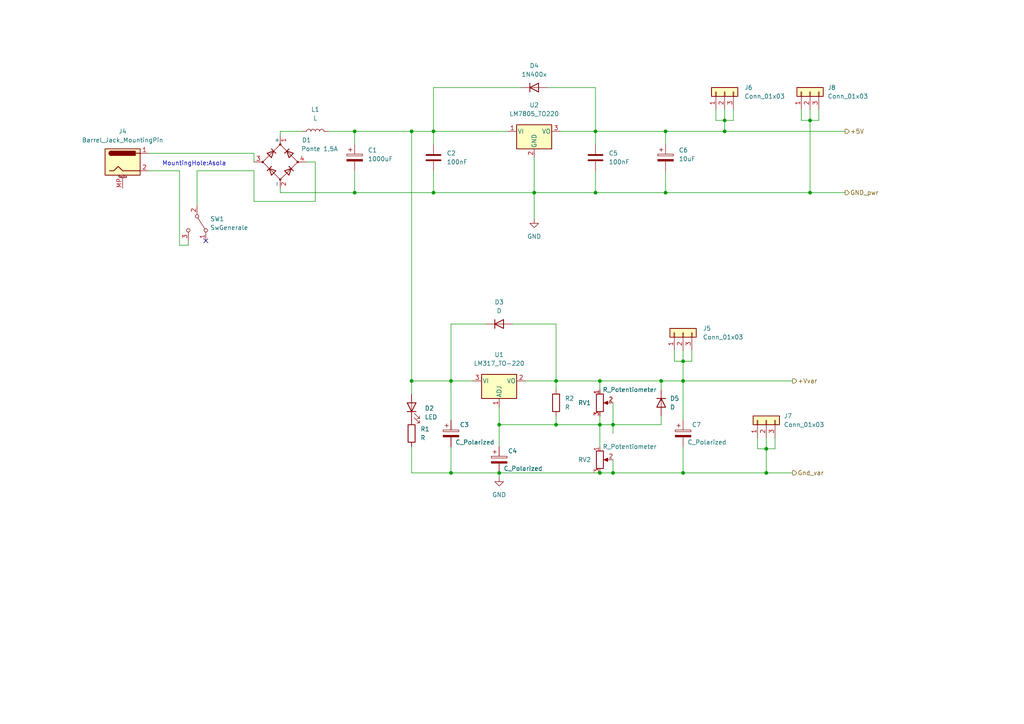
<source format=kicad_sch>
(kicad_sch (version 20211123) (generator eeschema)

  (uuid d0319a8b-7668-4f4b-8b98-5692522d01e0)

  (paper "A4")

  (lib_symbols
    (symbol "Connector:Barrel_Jack_MountingPin" (pin_names hide) (in_bom yes) (on_board yes)
      (property "Reference" "J" (id 0) (at 0 5.334 0)
        (effects (font (size 1.27 1.27)))
      )
      (property "Value" "Barrel_Jack_MountingPin" (id 1) (at 1.27 -6.35 0)
        (effects (font (size 1.27 1.27)) (justify left))
      )
      (property "Footprint" "" (id 2) (at 1.27 -1.016 0)
        (effects (font (size 1.27 1.27)) hide)
      )
      (property "Datasheet" "~" (id 3) (at 1.27 -1.016 0)
        (effects (font (size 1.27 1.27)) hide)
      )
      (property "ki_keywords" "DC power barrel jack connector" (id 4) (at 0 0 0)
        (effects (font (size 1.27 1.27)) hide)
      )
      (property "ki_description" "DC Barrel Jack with a mounting pin" (id 5) (at 0 0 0)
        (effects (font (size 1.27 1.27)) hide)
      )
      (property "ki_fp_filters" "BarrelJack*" (id 6) (at 0 0 0)
        (effects (font (size 1.27 1.27)) hide)
      )
      (symbol "Barrel_Jack_MountingPin_0_1"
        (rectangle (start -5.08 3.81) (end 5.08 -3.81)
          (stroke (width 0.254) (type default) (color 0 0 0 0))
          (fill (type background))
        )
        (arc (start -3.302 3.175) (mid -3.937 2.54) (end -3.302 1.905)
          (stroke (width 0.254) (type default) (color 0 0 0 0))
          (fill (type none))
        )
        (arc (start -3.302 3.175) (mid -3.937 2.54) (end -3.302 1.905)
          (stroke (width 0.254) (type default) (color 0 0 0 0))
          (fill (type outline))
        )
        (polyline
          (pts
            (xy 5.08 2.54)
            (xy 3.81 2.54)
          )
          (stroke (width 0.254) (type default) (color 0 0 0 0))
          (fill (type none))
        )
        (polyline
          (pts
            (xy -3.81 -2.54)
            (xy -2.54 -2.54)
            (xy -1.27 -1.27)
            (xy 0 -2.54)
            (xy 2.54 -2.54)
            (xy 5.08 -2.54)
          )
          (stroke (width 0.254) (type default) (color 0 0 0 0))
          (fill (type none))
        )
        (rectangle (start 3.683 3.175) (end -3.302 1.905)
          (stroke (width 0.254) (type default) (color 0 0 0 0))
          (fill (type outline))
        )
      )
      (symbol "Barrel_Jack_MountingPin_1_1"
        (polyline
          (pts
            (xy -1.016 -4.572)
            (xy 1.016 -4.572)
          )
          (stroke (width 0.1524) (type default) (color 0 0 0 0))
          (fill (type none))
        )
        (text "Mounting" (at 0 -4.191 0)
          (effects (font (size 0.381 0.381)))
        )
        (pin passive line (at 7.62 2.54 180) (length 2.54)
          (name "~" (effects (font (size 1.27 1.27))))
          (number "1" (effects (font (size 1.27 1.27))))
        )
        (pin passive line (at 7.62 -2.54 180) (length 2.54)
          (name "~" (effects (font (size 1.27 1.27))))
          (number "2" (effects (font (size 1.27 1.27))))
        )
        (pin passive line (at 0 -7.62 90) (length 3.048)
          (name "MountPin" (effects (font (size 1.27 1.27))))
          (number "MP" (effects (font (size 1.27 1.27))))
        )
      )
    )
    (symbol "Connector_Generic:Conn_01x03" (pin_names (offset 1.016) hide) (in_bom yes) (on_board yes)
      (property "Reference" "J" (id 0) (at 0 5.08 0)
        (effects (font (size 1.27 1.27)))
      )
      (property "Value" "Conn_01x03" (id 1) (at 0 -5.08 0)
        (effects (font (size 1.27 1.27)))
      )
      (property "Footprint" "" (id 2) (at 0 0 0)
        (effects (font (size 1.27 1.27)) hide)
      )
      (property "Datasheet" "~" (id 3) (at 0 0 0)
        (effects (font (size 1.27 1.27)) hide)
      )
      (property "ki_keywords" "connector" (id 4) (at 0 0 0)
        (effects (font (size 1.27 1.27)) hide)
      )
      (property "ki_description" "Generic connector, single row, 01x03, script generated (kicad-library-utils/schlib/autogen/connector/)" (id 5) (at 0 0 0)
        (effects (font (size 1.27 1.27)) hide)
      )
      (property "ki_fp_filters" "Connector*:*_1x??_*" (id 6) (at 0 0 0)
        (effects (font (size 1.27 1.27)) hide)
      )
      (symbol "Conn_01x03_1_1"
        (rectangle (start -1.27 -2.413) (end 0 -2.667)
          (stroke (width 0.1524) (type default) (color 0 0 0 0))
          (fill (type none))
        )
        (rectangle (start -1.27 0.127) (end 0 -0.127)
          (stroke (width 0.1524) (type default) (color 0 0 0 0))
          (fill (type none))
        )
        (rectangle (start -1.27 2.667) (end 0 2.413)
          (stroke (width 0.1524) (type default) (color 0 0 0 0))
          (fill (type none))
        )
        (rectangle (start -1.27 3.81) (end 1.27 -3.81)
          (stroke (width 0.254) (type default) (color 0 0 0 0))
          (fill (type background))
        )
        (pin passive line (at -5.08 2.54 0) (length 3.81)
          (name "Pin_1" (effects (font (size 1.27 1.27))))
          (number "1" (effects (font (size 1.27 1.27))))
        )
        (pin passive line (at -5.08 0 0) (length 3.81)
          (name "Pin_2" (effects (font (size 1.27 1.27))))
          (number "2" (effects (font (size 1.27 1.27))))
        )
        (pin passive line (at -5.08 -2.54 0) (length 3.81)
          (name "Pin_3" (effects (font (size 1.27 1.27))))
          (number "3" (effects (font (size 1.27 1.27))))
        )
      )
    )
    (symbol "Device:C" (pin_numbers hide) (pin_names (offset 0.254)) (in_bom yes) (on_board yes)
      (property "Reference" "C" (id 0) (at 0.635 2.54 0)
        (effects (font (size 1.27 1.27)) (justify left))
      )
      (property "Value" "C" (id 1) (at 0.635 -2.54 0)
        (effects (font (size 1.27 1.27)) (justify left))
      )
      (property "Footprint" "" (id 2) (at 0.9652 -3.81 0)
        (effects (font (size 1.27 1.27)) hide)
      )
      (property "Datasheet" "~" (id 3) (at 0 0 0)
        (effects (font (size 1.27 1.27)) hide)
      )
      (property "ki_keywords" "cap capacitor" (id 4) (at 0 0 0)
        (effects (font (size 1.27 1.27)) hide)
      )
      (property "ki_description" "Unpolarized capacitor" (id 5) (at 0 0 0)
        (effects (font (size 1.27 1.27)) hide)
      )
      (property "ki_fp_filters" "C_*" (id 6) (at 0 0 0)
        (effects (font (size 1.27 1.27)) hide)
      )
      (symbol "C_0_1"
        (polyline
          (pts
            (xy -2.032 -0.762)
            (xy 2.032 -0.762)
          )
          (stroke (width 0.508) (type default) (color 0 0 0 0))
          (fill (type none))
        )
        (polyline
          (pts
            (xy -2.032 0.762)
            (xy 2.032 0.762)
          )
          (stroke (width 0.508) (type default) (color 0 0 0 0))
          (fill (type none))
        )
      )
      (symbol "C_1_1"
        (pin passive line (at 0 3.81 270) (length 2.794)
          (name "~" (effects (font (size 1.27 1.27))))
          (number "1" (effects (font (size 1.27 1.27))))
        )
        (pin passive line (at 0 -3.81 90) (length 2.794)
          (name "~" (effects (font (size 1.27 1.27))))
          (number "2" (effects (font (size 1.27 1.27))))
        )
      )
    )
    (symbol "Device:C_Polarized" (pin_numbers hide) (pin_names (offset 0.254)) (in_bom yes) (on_board yes)
      (property "Reference" "C" (id 0) (at 0.635 2.54 0)
        (effects (font (size 1.27 1.27)) (justify left))
      )
      (property "Value" "C_Polarized" (id 1) (at 0.635 -2.54 0)
        (effects (font (size 1.27 1.27)) (justify left))
      )
      (property "Footprint" "" (id 2) (at 0.9652 -3.81 0)
        (effects (font (size 1.27 1.27)) hide)
      )
      (property "Datasheet" "~" (id 3) (at 0 0 0)
        (effects (font (size 1.27 1.27)) hide)
      )
      (property "ki_keywords" "cap capacitor" (id 4) (at 0 0 0)
        (effects (font (size 1.27 1.27)) hide)
      )
      (property "ki_description" "Polarized capacitor" (id 5) (at 0 0 0)
        (effects (font (size 1.27 1.27)) hide)
      )
      (property "ki_fp_filters" "CP_*" (id 6) (at 0 0 0)
        (effects (font (size 1.27 1.27)) hide)
      )
      (symbol "C_Polarized_0_1"
        (rectangle (start -2.286 0.508) (end 2.286 1.016)
          (stroke (width 0) (type default) (color 0 0 0 0))
          (fill (type none))
        )
        (polyline
          (pts
            (xy -1.778 2.286)
            (xy -0.762 2.286)
          )
          (stroke (width 0) (type default) (color 0 0 0 0))
          (fill (type none))
        )
        (polyline
          (pts
            (xy -1.27 2.794)
            (xy -1.27 1.778)
          )
          (stroke (width 0) (type default) (color 0 0 0 0))
          (fill (type none))
        )
        (rectangle (start 2.286 -0.508) (end -2.286 -1.016)
          (stroke (width 0) (type default) (color 0 0 0 0))
          (fill (type outline))
        )
      )
      (symbol "C_Polarized_1_1"
        (pin passive line (at 0 3.81 270) (length 2.794)
          (name "~" (effects (font (size 1.27 1.27))))
          (number "1" (effects (font (size 1.27 1.27))))
        )
        (pin passive line (at 0 -3.81 90) (length 2.794)
          (name "~" (effects (font (size 1.27 1.27))))
          (number "2" (effects (font (size 1.27 1.27))))
        )
      )
    )
    (symbol "Device:D" (pin_numbers hide) (pin_names (offset 1.016) hide) (in_bom yes) (on_board yes)
      (property "Reference" "D" (id 0) (at 0 2.54 0)
        (effects (font (size 1.27 1.27)))
      )
      (property "Value" "D" (id 1) (at 0 -2.54 0)
        (effects (font (size 1.27 1.27)))
      )
      (property "Footprint" "" (id 2) (at 0 0 0)
        (effects (font (size 1.27 1.27)) hide)
      )
      (property "Datasheet" "~" (id 3) (at 0 0 0)
        (effects (font (size 1.27 1.27)) hide)
      )
      (property "ki_keywords" "diode" (id 4) (at 0 0 0)
        (effects (font (size 1.27 1.27)) hide)
      )
      (property "ki_description" "Diode" (id 5) (at 0 0 0)
        (effects (font (size 1.27 1.27)) hide)
      )
      (property "ki_fp_filters" "TO-???* *_Diode_* *SingleDiode* D_*" (id 6) (at 0 0 0)
        (effects (font (size 1.27 1.27)) hide)
      )
      (symbol "D_0_1"
        (polyline
          (pts
            (xy -1.27 1.27)
            (xy -1.27 -1.27)
          )
          (stroke (width 0.254) (type default) (color 0 0 0 0))
          (fill (type none))
        )
        (polyline
          (pts
            (xy 1.27 0)
            (xy -1.27 0)
          )
          (stroke (width 0) (type default) (color 0 0 0 0))
          (fill (type none))
        )
        (polyline
          (pts
            (xy 1.27 1.27)
            (xy 1.27 -1.27)
            (xy -1.27 0)
            (xy 1.27 1.27)
          )
          (stroke (width 0.254) (type default) (color 0 0 0 0))
          (fill (type none))
        )
      )
      (symbol "D_1_1"
        (pin passive line (at -3.81 0 0) (length 2.54)
          (name "K" (effects (font (size 1.27 1.27))))
          (number "1" (effects (font (size 1.27 1.27))))
        )
        (pin passive line (at 3.81 0 180) (length 2.54)
          (name "A" (effects (font (size 1.27 1.27))))
          (number "2" (effects (font (size 1.27 1.27))))
        )
      )
    )
    (symbol "Device:D_Bridge_+-AA" (pin_names (offset 0)) (in_bom yes) (on_board yes)
      (property "Reference" "D" (id 0) (at 2.54 6.985 0)
        (effects (font (size 1.27 1.27)) (justify left))
      )
      (property "Value" "D_Bridge_+-AA" (id 1) (at 2.54 5.08 0)
        (effects (font (size 1.27 1.27)) (justify left))
      )
      (property "Footprint" "" (id 2) (at 0 0 0)
        (effects (font (size 1.27 1.27)) hide)
      )
      (property "Datasheet" "~" (id 3) (at 0 0 0)
        (effects (font (size 1.27 1.27)) hide)
      )
      (property "ki_keywords" "rectifier ACDC" (id 4) (at 0 0 0)
        (effects (font (size 1.27 1.27)) hide)
      )
      (property "ki_description" "Diode bridge, +ve/-ve/AC/AC" (id 5) (at 0 0 0)
        (effects (font (size 1.27 1.27)) hide)
      )
      (property "ki_fp_filters" "D*Bridge* D*Rectifier*" (id 6) (at 0 0 0)
        (effects (font (size 1.27 1.27)) hide)
      )
      (symbol "D_Bridge_+-AA_0_1"
        (circle (center -5.08 0) (radius 0.254)
          (stroke (width 0) (type default) (color 0 0 0 0))
          (fill (type outline))
        )
        (circle (center 0 -5.08) (radius 0.254)
          (stroke (width 0) (type default) (color 0 0 0 0))
          (fill (type outline))
        )
        (polyline
          (pts
            (xy -2.54 3.81)
            (xy -1.27 2.54)
          )
          (stroke (width 0.254) (type default) (color 0 0 0 0))
          (fill (type none))
        )
        (polyline
          (pts
            (xy -1.27 -2.54)
            (xy -2.54 -3.81)
          )
          (stroke (width 0.254) (type default) (color 0 0 0 0))
          (fill (type none))
        )
        (polyline
          (pts
            (xy 2.54 -1.27)
            (xy 3.81 -2.54)
          )
          (stroke (width 0.254) (type default) (color 0 0 0 0))
          (fill (type none))
        )
        (polyline
          (pts
            (xy 2.54 1.27)
            (xy 3.81 2.54)
          )
          (stroke (width 0.254) (type default) (color 0 0 0 0))
          (fill (type none))
        )
        (polyline
          (pts
            (xy -3.81 2.54)
            (xy -2.54 1.27)
            (xy -1.905 3.175)
            (xy -3.81 2.54)
          )
          (stroke (width 0.254) (type default) (color 0 0 0 0))
          (fill (type none))
        )
        (polyline
          (pts
            (xy -2.54 -1.27)
            (xy -3.81 -2.54)
            (xy -1.905 -3.175)
            (xy -2.54 -1.27)
          )
          (stroke (width 0.254) (type default) (color 0 0 0 0))
          (fill (type none))
        )
        (polyline
          (pts
            (xy 1.27 2.54)
            (xy 2.54 3.81)
            (xy 3.175 1.905)
            (xy 1.27 2.54)
          )
          (stroke (width 0.254) (type default) (color 0 0 0 0))
          (fill (type none))
        )
        (polyline
          (pts
            (xy 3.175 -1.905)
            (xy 1.27 -2.54)
            (xy 2.54 -3.81)
            (xy 3.175 -1.905)
          )
          (stroke (width 0.254) (type default) (color 0 0 0 0))
          (fill (type none))
        )
        (polyline
          (pts
            (xy -5.08 0)
            (xy 0 -5.08)
            (xy 5.08 0)
            (xy 0 5.08)
            (xy -5.08 0)
          )
          (stroke (width 0) (type default) (color 0 0 0 0))
          (fill (type none))
        )
        (circle (center 0 5.08) (radius 0.254)
          (stroke (width 0) (type default) (color 0 0 0 0))
          (fill (type outline))
        )
        (circle (center 5.08 0) (radius 0.254)
          (stroke (width 0) (type default) (color 0 0 0 0))
          (fill (type outline))
        )
      )
      (symbol "D_Bridge_+-AA_1_1"
        (pin passive line (at 7.62 0 180) (length 2.54)
          (name "+" (effects (font (size 1.27 1.27))))
          (number "1" (effects (font (size 1.27 1.27))))
        )
        (pin passive line (at -7.62 0 0) (length 2.54)
          (name "-" (effects (font (size 1.27 1.27))))
          (number "2" (effects (font (size 1.27 1.27))))
        )
        (pin passive line (at 0 7.62 270) (length 2.54)
          (name "~" (effects (font (size 1.27 1.27))))
          (number "3" (effects (font (size 1.27 1.27))))
        )
        (pin passive line (at 0 -7.62 90) (length 2.54)
          (name "~" (effects (font (size 1.27 1.27))))
          (number "4" (effects (font (size 1.27 1.27))))
        )
      )
    )
    (symbol "Device:L" (pin_numbers hide) (pin_names (offset 1.016) hide) (in_bom yes) (on_board yes)
      (property "Reference" "L" (id 0) (at -1.27 0 90)
        (effects (font (size 1.27 1.27)))
      )
      (property "Value" "L" (id 1) (at 1.905 0 90)
        (effects (font (size 1.27 1.27)))
      )
      (property "Footprint" "" (id 2) (at 0 0 0)
        (effects (font (size 1.27 1.27)) hide)
      )
      (property "Datasheet" "~" (id 3) (at 0 0 0)
        (effects (font (size 1.27 1.27)) hide)
      )
      (property "ki_keywords" "inductor choke coil reactor magnetic" (id 4) (at 0 0 0)
        (effects (font (size 1.27 1.27)) hide)
      )
      (property "ki_description" "Inductor" (id 5) (at 0 0 0)
        (effects (font (size 1.27 1.27)) hide)
      )
      (property "ki_fp_filters" "Choke_* *Coil* Inductor_* L_*" (id 6) (at 0 0 0)
        (effects (font (size 1.27 1.27)) hide)
      )
      (symbol "L_0_1"
        (arc (start 0 -2.54) (mid 0.635 -1.905) (end 0 -1.27)
          (stroke (width 0) (type default) (color 0 0 0 0))
          (fill (type none))
        )
        (arc (start 0 -1.27) (mid 0.635 -0.635) (end 0 0)
          (stroke (width 0) (type default) (color 0 0 0 0))
          (fill (type none))
        )
        (arc (start 0 0) (mid 0.635 0.635) (end 0 1.27)
          (stroke (width 0) (type default) (color 0 0 0 0))
          (fill (type none))
        )
        (arc (start 0 1.27) (mid 0.635 1.905) (end 0 2.54)
          (stroke (width 0) (type default) (color 0 0 0 0))
          (fill (type none))
        )
      )
      (symbol "L_1_1"
        (pin passive line (at 0 3.81 270) (length 1.27)
          (name "1" (effects (font (size 1.27 1.27))))
          (number "1" (effects (font (size 1.27 1.27))))
        )
        (pin passive line (at 0 -3.81 90) (length 1.27)
          (name "2" (effects (font (size 1.27 1.27))))
          (number "2" (effects (font (size 1.27 1.27))))
        )
      )
    )
    (symbol "Device:LED" (pin_numbers hide) (pin_names (offset 1.016) hide) (in_bom yes) (on_board yes)
      (property "Reference" "D" (id 0) (at 0 2.54 0)
        (effects (font (size 1.27 1.27)))
      )
      (property "Value" "LED" (id 1) (at 0 -2.54 0)
        (effects (font (size 1.27 1.27)))
      )
      (property "Footprint" "" (id 2) (at 0 0 0)
        (effects (font (size 1.27 1.27)) hide)
      )
      (property "Datasheet" "~" (id 3) (at 0 0 0)
        (effects (font (size 1.27 1.27)) hide)
      )
      (property "ki_keywords" "LED diode" (id 4) (at 0 0 0)
        (effects (font (size 1.27 1.27)) hide)
      )
      (property "ki_description" "Light emitting diode" (id 5) (at 0 0 0)
        (effects (font (size 1.27 1.27)) hide)
      )
      (property "ki_fp_filters" "LED* LED_SMD:* LED_THT:*" (id 6) (at 0 0 0)
        (effects (font (size 1.27 1.27)) hide)
      )
      (symbol "LED_0_1"
        (polyline
          (pts
            (xy -1.27 -1.27)
            (xy -1.27 1.27)
          )
          (stroke (width 0.254) (type default) (color 0 0 0 0))
          (fill (type none))
        )
        (polyline
          (pts
            (xy -1.27 0)
            (xy 1.27 0)
          )
          (stroke (width 0) (type default) (color 0 0 0 0))
          (fill (type none))
        )
        (polyline
          (pts
            (xy 1.27 -1.27)
            (xy 1.27 1.27)
            (xy -1.27 0)
            (xy 1.27 -1.27)
          )
          (stroke (width 0.254) (type default) (color 0 0 0 0))
          (fill (type none))
        )
        (polyline
          (pts
            (xy -3.048 -0.762)
            (xy -4.572 -2.286)
            (xy -3.81 -2.286)
            (xy -4.572 -2.286)
            (xy -4.572 -1.524)
          )
          (stroke (width 0) (type default) (color 0 0 0 0))
          (fill (type none))
        )
        (polyline
          (pts
            (xy -1.778 -0.762)
            (xy -3.302 -2.286)
            (xy -2.54 -2.286)
            (xy -3.302 -2.286)
            (xy -3.302 -1.524)
          )
          (stroke (width 0) (type default) (color 0 0 0 0))
          (fill (type none))
        )
      )
      (symbol "LED_1_1"
        (pin passive line (at -3.81 0 0) (length 2.54)
          (name "K" (effects (font (size 1.27 1.27))))
          (number "1" (effects (font (size 1.27 1.27))))
        )
        (pin passive line (at 3.81 0 180) (length 2.54)
          (name "A" (effects (font (size 1.27 1.27))))
          (number "2" (effects (font (size 1.27 1.27))))
        )
      )
    )
    (symbol "Device:R" (pin_numbers hide) (pin_names (offset 0)) (in_bom yes) (on_board yes)
      (property "Reference" "R" (id 0) (at 2.032 0 90)
        (effects (font (size 1.27 1.27)))
      )
      (property "Value" "R" (id 1) (at 0 0 90)
        (effects (font (size 1.27 1.27)))
      )
      (property "Footprint" "" (id 2) (at -1.778 0 90)
        (effects (font (size 1.27 1.27)) hide)
      )
      (property "Datasheet" "~" (id 3) (at 0 0 0)
        (effects (font (size 1.27 1.27)) hide)
      )
      (property "ki_keywords" "R res resistor" (id 4) (at 0 0 0)
        (effects (font (size 1.27 1.27)) hide)
      )
      (property "ki_description" "Resistor" (id 5) (at 0 0 0)
        (effects (font (size 1.27 1.27)) hide)
      )
      (property "ki_fp_filters" "R_*" (id 6) (at 0 0 0)
        (effects (font (size 1.27 1.27)) hide)
      )
      (symbol "R_0_1"
        (rectangle (start -1.016 -2.54) (end 1.016 2.54)
          (stroke (width 0.254) (type default) (color 0 0 0 0))
          (fill (type none))
        )
      )
      (symbol "R_1_1"
        (pin passive line (at 0 3.81 270) (length 1.27)
          (name "~" (effects (font (size 1.27 1.27))))
          (number "1" (effects (font (size 1.27 1.27))))
        )
        (pin passive line (at 0 -3.81 90) (length 1.27)
          (name "~" (effects (font (size 1.27 1.27))))
          (number "2" (effects (font (size 1.27 1.27))))
        )
      )
    )
    (symbol "Device:R_Potentiometer" (pin_names (offset 1.016) hide) (in_bom yes) (on_board yes)
      (property "Reference" "RV" (id 0) (at -4.445 0 90)
        (effects (font (size 1.27 1.27)))
      )
      (property "Value" "R_Potentiometer" (id 1) (at -2.54 0 90)
        (effects (font (size 1.27 1.27)))
      )
      (property "Footprint" "" (id 2) (at 0 0 0)
        (effects (font (size 1.27 1.27)) hide)
      )
      (property "Datasheet" "~" (id 3) (at 0 0 0)
        (effects (font (size 1.27 1.27)) hide)
      )
      (property "ki_keywords" "resistor variable" (id 4) (at 0 0 0)
        (effects (font (size 1.27 1.27)) hide)
      )
      (property "ki_description" "Potentiometer" (id 5) (at 0 0 0)
        (effects (font (size 1.27 1.27)) hide)
      )
      (property "ki_fp_filters" "Potentiometer*" (id 6) (at 0 0 0)
        (effects (font (size 1.27 1.27)) hide)
      )
      (symbol "R_Potentiometer_0_1"
        (polyline
          (pts
            (xy 2.54 0)
            (xy 1.524 0)
          )
          (stroke (width 0) (type default) (color 0 0 0 0))
          (fill (type none))
        )
        (polyline
          (pts
            (xy 1.143 0)
            (xy 2.286 0.508)
            (xy 2.286 -0.508)
            (xy 1.143 0)
          )
          (stroke (width 0) (type default) (color 0 0 0 0))
          (fill (type outline))
        )
        (rectangle (start 1.016 2.54) (end -1.016 -2.54)
          (stroke (width 0.254) (type default) (color 0 0 0 0))
          (fill (type none))
        )
      )
      (symbol "R_Potentiometer_1_1"
        (pin passive line (at 0 3.81 270) (length 1.27)
          (name "1" (effects (font (size 1.27 1.27))))
          (number "1" (effects (font (size 1.27 1.27))))
        )
        (pin passive line (at 3.81 0 180) (length 1.27)
          (name "2" (effects (font (size 1.27 1.27))))
          (number "2" (effects (font (size 1.27 1.27))))
        )
        (pin passive line (at 0 -3.81 90) (length 1.27)
          (name "3" (effects (font (size 1.27 1.27))))
          (number "3" (effects (font (size 1.27 1.27))))
        )
      )
    )
    (symbol "GND_1" (power) (pin_names (offset 0)) (in_bom yes) (on_board yes)
      (property "Reference" "#PWR" (id 0) (at 0 -6.35 0)
        (effects (font (size 1.27 1.27)) hide)
      )
      (property "Value" "GND_1" (id 1) (at 0 -3.81 0)
        (effects (font (size 1.27 1.27)))
      )
      (property "Footprint" "" (id 2) (at 0 0 0)
        (effects (font (size 1.27 1.27)) hide)
      )
      (property "Datasheet" "" (id 3) (at 0 0 0)
        (effects (font (size 1.27 1.27)) hide)
      )
      (property "ki_keywords" "global power" (id 4) (at 0 0 0)
        (effects (font (size 1.27 1.27)) hide)
      )
      (property "ki_description" "Power symbol creates a global label with name \"GND\" , ground" (id 5) (at 0 0 0)
        (effects (font (size 1.27 1.27)) hide)
      )
      (symbol "GND_1_0_1"
        (polyline
          (pts
            (xy 0 0)
            (xy 0 -1.27)
            (xy 1.27 -1.27)
            (xy 0 -2.54)
            (xy -1.27 -1.27)
            (xy 0 -1.27)
          )
          (stroke (width 0) (type default) (color 0 0 0 0))
          (fill (type none))
        )
      )
      (symbol "GND_1_1_1"
        (pin power_in line (at 0 0 270) (length 0) hide
          (name "GND" (effects (font (size 1.27 1.27))))
          (number "1" (effects (font (size 1.27 1.27))))
        )
      )
    )
    (symbol "Regulator_Linear:LM317_TO-220" (pin_names (offset 0.254)) (in_bom yes) (on_board yes)
      (property "Reference" "U" (id 0) (at -3.81 3.175 0)
        (effects (font (size 1.27 1.27)))
      )
      (property "Value" "LM317_TO-220" (id 1) (at 0 3.175 0)
        (effects (font (size 1.27 1.27)) (justify left))
      )
      (property "Footprint" "Package_TO_SOT_THT:TO-220-3_Vertical" (id 2) (at 0 6.35 0)
        (effects (font (size 1.27 1.27) italic) hide)
      )
      (property "Datasheet" "http://www.ti.com/lit/ds/symlink/lm317.pdf" (id 3) (at 0 0 0)
        (effects (font (size 1.27 1.27)) hide)
      )
      (property "ki_keywords" "Adjustable Voltage Regulator 1A Positive" (id 4) (at 0 0 0)
        (effects (font (size 1.27 1.27)) hide)
      )
      (property "ki_description" "1.5A 35V Adjustable Linear Regulator, TO-220" (id 5) (at 0 0 0)
        (effects (font (size 1.27 1.27)) hide)
      )
      (property "ki_fp_filters" "TO?220*" (id 6) (at 0 0 0)
        (effects (font (size 1.27 1.27)) hide)
      )
      (symbol "LM317_TO-220_0_1"
        (rectangle (start -5.08 1.905) (end 5.08 -5.08)
          (stroke (width 0.254) (type default) (color 0 0 0 0))
          (fill (type background))
        )
      )
      (symbol "LM317_TO-220_1_1"
        (pin input line (at 0 -7.62 90) (length 2.54)
          (name "ADJ" (effects (font (size 1.27 1.27))))
          (number "1" (effects (font (size 1.27 1.27))))
        )
        (pin power_out line (at 7.62 0 180) (length 2.54)
          (name "VO" (effects (font (size 1.27 1.27))))
          (number "2" (effects (font (size 1.27 1.27))))
        )
        (pin power_in line (at -7.62 0 0) (length 2.54)
          (name "VI" (effects (font (size 1.27 1.27))))
          (number "3" (effects (font (size 1.27 1.27))))
        )
      )
    )
    (symbol "Regulator_Linear:LM7805_TO220" (pin_names (offset 0.254)) (in_bom yes) (on_board yes)
      (property "Reference" "U" (id 0) (at -3.81 3.175 0)
        (effects (font (size 1.27 1.27)))
      )
      (property "Value" "LM7805_TO220" (id 1) (at 0 3.175 0)
        (effects (font (size 1.27 1.27)) (justify left))
      )
      (property "Footprint" "Package_TO_SOT_THT:TO-220-3_Vertical" (id 2) (at 0 5.715 0)
        (effects (font (size 1.27 1.27) italic) hide)
      )
      (property "Datasheet" "https://www.onsemi.cn/PowerSolutions/document/MC7800-D.PDF" (id 3) (at 0 -1.27 0)
        (effects (font (size 1.27 1.27)) hide)
      )
      (property "ki_keywords" "Voltage Regulator 1A Positive" (id 4) (at 0 0 0)
        (effects (font (size 1.27 1.27)) hide)
      )
      (property "ki_description" "Positive 1A 35V Linear Regulator, Fixed Output 5V, TO-220" (id 5) (at 0 0 0)
        (effects (font (size 1.27 1.27)) hide)
      )
      (property "ki_fp_filters" "TO?220*" (id 6) (at 0 0 0)
        (effects (font (size 1.27 1.27)) hide)
      )
      (symbol "LM7805_TO220_0_1"
        (rectangle (start -5.08 1.905) (end 5.08 -5.08)
          (stroke (width 0.254) (type default) (color 0 0 0 0))
          (fill (type background))
        )
      )
      (symbol "LM7805_TO220_1_1"
        (pin power_in line (at -7.62 0 0) (length 2.54)
          (name "VI" (effects (font (size 1.27 1.27))))
          (number "1" (effects (font (size 1.27 1.27))))
        )
        (pin power_in line (at 0 -7.62 90) (length 2.54)
          (name "GND" (effects (font (size 1.27 1.27))))
          (number "2" (effects (font (size 1.27 1.27))))
        )
        (pin power_out line (at 7.62 0 180) (length 2.54)
          (name "VO" (effects (font (size 1.27 1.27))))
          (number "3" (effects (font (size 1.27 1.27))))
        )
      )
    )
    (symbol "Switch:SW_SPDT" (pin_names (offset 0) hide) (in_bom yes) (on_board yes)
      (property "Reference" "SW" (id 0) (at 0 4.318 0)
        (effects (font (size 1.27 1.27)))
      )
      (property "Value" "SW_SPDT" (id 1) (at 0 -5.08 0)
        (effects (font (size 1.27 1.27)))
      )
      (property "Footprint" "" (id 2) (at 0 0 0)
        (effects (font (size 1.27 1.27)) hide)
      )
      (property "Datasheet" "~" (id 3) (at 0 0 0)
        (effects (font (size 1.27 1.27)) hide)
      )
      (property "ki_keywords" "switch single-pole double-throw spdt ON-ON" (id 4) (at 0 0 0)
        (effects (font (size 1.27 1.27)) hide)
      )
      (property "ki_description" "Switch, single pole double throw" (id 5) (at 0 0 0)
        (effects (font (size 1.27 1.27)) hide)
      )
      (symbol "SW_SPDT_0_0"
        (circle (center -2.032 0) (radius 0.508)
          (stroke (width 0) (type default) (color 0 0 0 0))
          (fill (type none))
        )
        (circle (center 2.032 -2.54) (radius 0.508)
          (stroke (width 0) (type default) (color 0 0 0 0))
          (fill (type none))
        )
      )
      (symbol "SW_SPDT_0_1"
        (polyline
          (pts
            (xy -1.524 0.254)
            (xy 1.651 2.286)
          )
          (stroke (width 0) (type default) (color 0 0 0 0))
          (fill (type none))
        )
        (circle (center 2.032 2.54) (radius 0.508)
          (stroke (width 0) (type default) (color 0 0 0 0))
          (fill (type none))
        )
      )
      (symbol "SW_SPDT_1_1"
        (pin passive line (at 5.08 2.54 180) (length 2.54)
          (name "A" (effects (font (size 1.27 1.27))))
          (number "1" (effects (font (size 1.27 1.27))))
        )
        (pin passive line (at -5.08 0 0) (length 2.54)
          (name "B" (effects (font (size 1.27 1.27))))
          (number "2" (effects (font (size 1.27 1.27))))
        )
        (pin passive line (at 5.08 -2.54 180) (length 2.54)
          (name "C" (effects (font (size 1.27 1.27))))
          (number "3" (effects (font (size 1.27 1.27))))
        )
      )
    )
    (symbol "power:GND" (power) (pin_names (offset 0)) (in_bom yes) (on_board yes)
      (property "Reference" "#PWR" (id 0) (at 0 -6.35 0)
        (effects (font (size 1.27 1.27)) hide)
      )
      (property "Value" "GND" (id 1) (at 0 -3.81 0)
        (effects (font (size 1.27 1.27)))
      )
      (property "Footprint" "" (id 2) (at 0 0 0)
        (effects (font (size 1.27 1.27)) hide)
      )
      (property "Datasheet" "" (id 3) (at 0 0 0)
        (effects (font (size 1.27 1.27)) hide)
      )
      (property "ki_keywords" "power-flag" (id 4) (at 0 0 0)
        (effects (font (size 1.27 1.27)) hide)
      )
      (property "ki_description" "Power symbol creates a global label with name \"GND\" , ground" (id 5) (at 0 0 0)
        (effects (font (size 1.27 1.27)) hide)
      )
      (symbol "GND_0_1"
        (polyline
          (pts
            (xy 0 0)
            (xy 0 -1.27)
            (xy 1.27 -1.27)
            (xy 0 -2.54)
            (xy -1.27 -1.27)
            (xy 0 -1.27)
          )
          (stroke (width 0) (type default) (color 0 0 0 0))
          (fill (type none))
        )
      )
      (symbol "GND_1_1"
        (pin power_in line (at 0 0 270) (length 0) hide
          (name "GND" (effects (font (size 1.27 1.27))))
          (number "1" (effects (font (size 1.27 1.27))))
        )
      )
    )
  )

  (junction (at 130.81 110.49) (diameter 0) (color 0 0 0 0)
    (uuid 007e1228-3ca7-4700-a212-fa4d5fe05ee7)
  )
  (junction (at 193.04 38.1) (diameter 0) (color 0 0 0 0)
    (uuid 08c342a5-7e76-4e4c-9503-9840983955c6)
  )
  (junction (at 119.38 38.1) (diameter 0) (color 0 0 0 0)
    (uuid 0f351fd5-939f-4dfa-923d-ada8b9da3cb0)
  )
  (junction (at 234.95 55.88) (diameter 0) (color 0 0 0 0)
    (uuid 116dcf0a-4f00-45b6-b893-d54cb0945b6e)
  )
  (junction (at 102.87 55.88) (diameter 0) (color 0 0 0 0)
    (uuid 156c0e6a-aa65-4bcb-a2f4-491ed8cebd80)
  )
  (junction (at 144.78 137.16) (diameter 0) (color 0 0 0 0)
    (uuid 19b503f8-2009-49d1-bde0-a883685c5158)
  )
  (junction (at 144.78 123.19) (diameter 0) (color 0 0 0 0)
    (uuid 1e2ee32f-a75d-4056-9be0-1c9c1261d94e)
  )
  (junction (at 154.94 55.88) (diameter 0) (color 0 0 0 0)
    (uuid 238d52be-3ca6-4017-8d61-1fb4c8a34bfa)
  )
  (junction (at 173.99 137.16) (diameter 0) (color 0 0 0 0)
    (uuid 2d847d22-f548-4456-9302-c5a3f6f6840b)
  )
  (junction (at 161.29 123.19) (diameter 0) (color 0 0 0 0)
    (uuid 2eed6536-8815-4cb6-9f42-224b02fe6aa5)
  )
  (junction (at 119.38 110.49) (diameter 0) (color 0 0 0 0)
    (uuid 30c16617-6801-4c9d-91d1-cfdd447351eb)
  )
  (junction (at 191.77 110.49) (diameter 0) (color 0 0 0 0)
    (uuid 30fa1d71-471d-46ba-ae82-7f7a7ff53b14)
  )
  (junction (at 222.25 130.175) (diameter 0) (color 0 0 0 0)
    (uuid 340b6701-dd13-4263-a01e-6c90d2f3b93a)
  )
  (junction (at 173.99 110.49) (diameter 0) (color 0 0 0 0)
    (uuid 4c1bb9ed-d694-42da-a636-571745575f99)
  )
  (junction (at 193.04 55.88) (diameter 0) (color 0 0 0 0)
    (uuid 5487cb03-cde1-414d-8030-c768d8320ea8)
  )
  (junction (at 125.73 55.88) (diameter 0) (color 0 0 0 0)
    (uuid 5684ba5e-2320-4a99-8c7f-12567f875492)
  )
  (junction (at 210.185 34.925) (diameter 0) (color 0 0 0 0)
    (uuid 57566285-3aef-4864-8962-b0911533d0ef)
  )
  (junction (at 177.8 137.16) (diameter 0) (color 0 0 0 0)
    (uuid 6d6e1744-4bbc-47ac-b17c-28178735af66)
  )
  (junction (at 198.12 104.775) (diameter 0) (color 0 0 0 0)
    (uuid 7281e614-70a2-4ead-bfd7-896c8d39c828)
  )
  (junction (at 198.12 137.16) (diameter 0) (color 0 0 0 0)
    (uuid 7b2eba66-ed32-4cd6-9415-62b6609d59fa)
  )
  (junction (at 172.72 55.88) (diameter 0) (color 0 0 0 0)
    (uuid 91669dd5-7365-43db-971a-64f86ad8b67f)
  )
  (junction (at 210.185 38.1) (diameter 0) (color 0 0 0 0)
    (uuid 93ce146a-43e3-4710-b8f6-f4e59a474677)
  )
  (junction (at 125.73 38.1) (diameter 0) (color 0 0 0 0)
    (uuid 958d93ce-0c18-4042-963a-b0efd8ae2cb9)
  )
  (junction (at 102.87 38.1) (diameter 0) (color 0 0 0 0)
    (uuid 988ee268-7ce5-4f7a-aa3c-acaffc91dccf)
  )
  (junction (at 222.25 137.16) (diameter 0) (color 0 0 0 0)
    (uuid 9cd8161f-89aa-416e-b4c6-6861e8dd176e)
  )
  (junction (at 173.99 123.19) (diameter 0) (color 0 0 0 0)
    (uuid ab6c28de-1111-4445-8117-09250be3a041)
  )
  (junction (at 177.8 123.19) (diameter 0) (color 0 0 0 0)
    (uuid c1766e99-85d5-41c3-b8dc-2c2ef025d17c)
  )
  (junction (at 130.81 137.16) (diameter 0) (color 0 0 0 0)
    (uuid c3ed9021-1808-4f8e-a7b7-f2dea6f7d6b6)
  )
  (junction (at 172.72 38.1) (diameter 0) (color 0 0 0 0)
    (uuid d577b748-7534-41cf-9d76-a6ada4c1611a)
  )
  (junction (at 161.29 110.49) (diameter 0) (color 0 0 0 0)
    (uuid d59ade75-e2ec-4b21-a10d-4a2ea1c9a9b5)
  )
  (junction (at 198.12 110.49) (diameter 0) (color 0 0 0 0)
    (uuid e1c5de61-2445-4819-9d0e-9eaf4d6fcb0a)
  )
  (junction (at 234.95 34.925) (diameter 0) (color 0 0 0 0)
    (uuid f8856b57-ffbf-439c-84b6-d97e42e8ff74)
  )

  (no_connect (at 59.69 69.85) (uuid 0ce8e96f-b091-43c4-9b14-6317c8923345))

  (wire (pts (xy 198.12 137.16) (xy 198.12 129.54))
    (stroke (width 0) (type default) (color 0 0 0 0))
    (uuid 030d994a-5c01-4b3a-9518-f5b42bb6972b)
  )
  (wire (pts (xy 172.72 38.1) (xy 172.72 41.91))
    (stroke (width 0) (type default) (color 0 0 0 0))
    (uuid 03814049-2127-4484-90d6-237ab6361c31)
  )
  (wire (pts (xy 125.73 41.91) (xy 125.73 38.1))
    (stroke (width 0) (type default) (color 0 0 0 0))
    (uuid 03acaf67-af13-4ffc-a806-d5012063d287)
  )
  (wire (pts (xy 91.44 58.42) (xy 91.44 46.99))
    (stroke (width 0) (type default) (color 0 0 0 0))
    (uuid 03f4c63e-d4db-445d-a9ff-5abd31230359)
  )
  (wire (pts (xy 177.8 137.16) (xy 198.12 137.16))
    (stroke (width 0) (type default) (color 0 0 0 0))
    (uuid 046c9fc1-e4f7-473d-b5ea-2a62884a6a0f)
  )
  (wire (pts (xy 198.12 104.775) (xy 200.66 104.775))
    (stroke (width 0) (type default) (color 0 0 0 0))
    (uuid 046de337-dc86-4a5c-bd6b-baf4875703fb)
  )
  (wire (pts (xy 95.25 38.1) (xy 102.87 38.1))
    (stroke (width 0) (type default) (color 0 0 0 0))
    (uuid 0715959f-088f-449e-be48-679d7fc16536)
  )
  (wire (pts (xy 237.49 31.75) (xy 237.49 34.925))
    (stroke (width 0) (type default) (color 0 0 0 0))
    (uuid 074d4756-81e4-402d-befe-32a861c186d7)
  )
  (wire (pts (xy 219.71 130.175) (xy 222.25 130.175))
    (stroke (width 0) (type default) (color 0 0 0 0))
    (uuid 0828970c-47cd-437e-ad68-9d927abf5cd2)
  )
  (wire (pts (xy 193.04 38.1) (xy 210.185 38.1))
    (stroke (width 0) (type default) (color 0 0 0 0))
    (uuid 09e95b18-725d-4c32-bc5b-25abc359704b)
  )
  (wire (pts (xy 198.12 101.6) (xy 198.12 104.775))
    (stroke (width 0) (type default) (color 0 0 0 0))
    (uuid 0e01dcac-647a-4cbe-83d2-b5d52ae98397)
  )
  (wire (pts (xy 212.725 31.75) (xy 212.725 34.925))
    (stroke (width 0) (type default) (color 0 0 0 0))
    (uuid 112b0c42-e52e-450d-aa72-e4b67b502b63)
  )
  (wire (pts (xy 81.28 55.88) (xy 102.87 55.88))
    (stroke (width 0) (type default) (color 0 0 0 0))
    (uuid 12b94aa8-27f1-4101-9d7d-b199adae17a7)
  )
  (wire (pts (xy 210.185 31.75) (xy 210.185 34.925))
    (stroke (width 0) (type default) (color 0 0 0 0))
    (uuid 197a2de8-a3a0-4691-98c8-a94660d91c6c)
  )
  (wire (pts (xy 234.95 55.88) (xy 245.11 55.88))
    (stroke (width 0) (type default) (color 0 0 0 0))
    (uuid 1c27e2de-754b-4ac4-a900-4fef6b00a506)
  )
  (wire (pts (xy 193.04 38.1) (xy 193.04 41.91))
    (stroke (width 0) (type default) (color 0 0 0 0))
    (uuid 2005c620-228f-4721-b1c5-45a660f2322a)
  )
  (wire (pts (xy 222.25 130.175) (xy 222.25 137.16))
    (stroke (width 0) (type default) (color 0 0 0 0))
    (uuid 2055c313-6345-4852-a8fa-d68e8750b73f)
  )
  (wire (pts (xy 130.81 137.16) (xy 144.78 137.16))
    (stroke (width 0) (type default) (color 0 0 0 0))
    (uuid 22aac979-f14d-4572-bd20-ab1e0578b56f)
  )
  (wire (pts (xy 144.78 137.16) (xy 144.78 138.43))
    (stroke (width 0) (type default) (color 0 0 0 0))
    (uuid 246ae07f-e8de-4e61-bbc4-afe8c48fe7dc)
  )
  (wire (pts (xy 173.99 123.19) (xy 173.99 129.54))
    (stroke (width 0) (type default) (color 0 0 0 0))
    (uuid 26d19d24-11bd-468f-9b77-c77c5d14b72e)
  )
  (wire (pts (xy 177.8 133.35) (xy 177.8 137.16))
    (stroke (width 0) (type default) (color 0 0 0 0))
    (uuid 27467771-65aa-4b06-b183-ca1a255b1870)
  )
  (wire (pts (xy 125.73 49.53) (xy 125.73 55.88))
    (stroke (width 0) (type default) (color 0 0 0 0))
    (uuid 27c72944-1121-47a3-880c-5666b5d751b6)
  )
  (wire (pts (xy 119.38 110.49) (xy 130.81 110.49))
    (stroke (width 0) (type default) (color 0 0 0 0))
    (uuid 28961a8a-e67f-4ed6-999a-99b8d4cf557a)
  )
  (wire (pts (xy 210.185 34.925) (xy 210.185 38.1))
    (stroke (width 0) (type default) (color 0 0 0 0))
    (uuid 2a01d11d-0f8e-4af8-9707-3b5e5b74ed79)
  )
  (wire (pts (xy 158.75 25.4) (xy 172.72 25.4))
    (stroke (width 0) (type default) (color 0 0 0 0))
    (uuid 2a3ce900-d4f8-4294-9586-89b14e1a895c)
  )
  (wire (pts (xy 177.8 116.84) (xy 177.8 123.19))
    (stroke (width 0) (type default) (color 0 0 0 0))
    (uuid 326e8b01-7fca-4d80-b1e6-a1789141d7bc)
  )
  (wire (pts (xy 125.73 38.1) (xy 147.32 38.1))
    (stroke (width 0) (type default) (color 0 0 0 0))
    (uuid 4084a044-1c53-4cd9-bfca-6d0b5b8fb229)
  )
  (wire (pts (xy 222.25 130.175) (xy 224.79 130.175))
    (stroke (width 0) (type default) (color 0 0 0 0))
    (uuid 4522665d-52eb-4783-8985-60c54d52fd1a)
  )
  (wire (pts (xy 87.63 38.1) (xy 81.28 38.1))
    (stroke (width 0) (type default) (color 0 0 0 0))
    (uuid 4698e10e-6948-4ac5-b5ab-75342d70e867)
  )
  (wire (pts (xy 119.38 110.49) (xy 119.38 114.3))
    (stroke (width 0) (type default) (color 0 0 0 0))
    (uuid 491eb5fb-5e7c-461e-be0c-6981de708f76)
  )
  (wire (pts (xy 191.77 123.19) (xy 191.77 120.65))
    (stroke (width 0) (type default) (color 0 0 0 0))
    (uuid 4933704d-5a7e-4d3b-aec0-87409b90bde4)
  )
  (wire (pts (xy 144.78 123.19) (xy 144.78 129.54))
    (stroke (width 0) (type default) (color 0 0 0 0))
    (uuid 494cb1b6-2eb0-4d4e-826c-8f215f3b939d)
  )
  (wire (pts (xy 102.87 55.88) (xy 125.73 55.88))
    (stroke (width 0) (type default) (color 0 0 0 0))
    (uuid 4c4c61ba-c6b7-4765-8465-1d35bb805717)
  )
  (wire (pts (xy 200.66 101.6) (xy 200.66 104.775))
    (stroke (width 0) (type default) (color 0 0 0 0))
    (uuid 4fd929aa-bc8c-437f-82d1-e660971d1337)
  )
  (wire (pts (xy 173.99 137.16) (xy 177.8 137.16))
    (stroke (width 0) (type default) (color 0 0 0 0))
    (uuid 51360a43-8182-4b11-8191-19119b8903b0)
  )
  (wire (pts (xy 151.13 25.4) (xy 125.73 25.4))
    (stroke (width 0) (type default) (color 0 0 0 0))
    (uuid 55d0bf88-a1f6-4934-a45e-b1790ea0ceb3)
  )
  (wire (pts (xy 195.58 104.775) (xy 198.12 104.775))
    (stroke (width 0) (type default) (color 0 0 0 0))
    (uuid 5893d1af-36c6-4630-83d5-b0dd2295f9f6)
  )
  (wire (pts (xy 177.8 123.19) (xy 191.77 123.19))
    (stroke (width 0) (type default) (color 0 0 0 0))
    (uuid 5a51c2d9-913a-4729-b259-630203183712)
  )
  (wire (pts (xy 207.645 34.925) (xy 210.185 34.925))
    (stroke (width 0) (type default) (color 0 0 0 0))
    (uuid 5b093c09-887f-4803-a7c0-a83713e4c0aa)
  )
  (wire (pts (xy 224.79 127) (xy 224.79 130.175))
    (stroke (width 0) (type default) (color 0 0 0 0))
    (uuid 5b6958d2-a8d4-4604-93c1-b06faf176aab)
  )
  (wire (pts (xy 222.25 137.16) (xy 229.87 137.16))
    (stroke (width 0) (type default) (color 0 0 0 0))
    (uuid 5f4f427d-58c0-4580-a51f-cae4eb524a13)
  )
  (wire (pts (xy 119.38 129.54) (xy 119.38 137.16))
    (stroke (width 0) (type default) (color 0 0 0 0))
    (uuid 61916498-3c10-4581-b1eb-6f957d190d34)
  )
  (wire (pts (xy 198.12 105.41) (xy 198.12 110.49))
    (stroke (width 0) (type default) (color 0 0 0 0))
    (uuid 623a4d2b-f520-4483-a220-93d7e399f05f)
  )
  (wire (pts (xy 234.95 31.75) (xy 234.95 34.925))
    (stroke (width 0) (type default) (color 0 0 0 0))
    (uuid 64578739-36d9-4756-a646-216acef9797e)
  )
  (wire (pts (xy 173.99 110.49) (xy 173.99 113.03))
    (stroke (width 0) (type default) (color 0 0 0 0))
    (uuid 69b004a4-e935-45c4-96ac-e6879cf2e42f)
  )
  (wire (pts (xy 161.29 110.49) (xy 161.29 93.98))
    (stroke (width 0) (type default) (color 0 0 0 0))
    (uuid 6a6f890e-4eae-4470-98d7-1a2dc75f21a5)
  )
  (wire (pts (xy 130.81 93.98) (xy 130.81 110.49))
    (stroke (width 0) (type default) (color 0 0 0 0))
    (uuid 6df9a687-3493-4962-a23b-3e6a3e9b419a)
  )
  (wire (pts (xy 43.18 44.45) (xy 73.66 44.45))
    (stroke (width 0) (type default) (color 0 0 0 0))
    (uuid 721c5f28-2773-4c6e-8979-998af375ddb5)
  )
  (wire (pts (xy 73.66 58.42) (xy 91.44 58.42))
    (stroke (width 0) (type default) (color 0 0 0 0))
    (uuid 729c6864-e577-4f4a-9b40-db86265e4002)
  )
  (wire (pts (xy 198.12 110.49) (xy 198.12 121.92))
    (stroke (width 0) (type default) (color 0 0 0 0))
    (uuid 7416183a-adec-4059-83d5-41a8a50ecc07)
  )
  (wire (pts (xy 234.95 34.925) (xy 237.49 34.925))
    (stroke (width 0) (type default) (color 0 0 0 0))
    (uuid 75961724-1d92-4a5a-a58e-e7b1a21425ca)
  )
  (wire (pts (xy 102.87 49.53) (xy 102.87 55.88))
    (stroke (width 0) (type default) (color 0 0 0 0))
    (uuid 7a43e582-37aa-472c-810d-35088d579c24)
  )
  (wire (pts (xy 173.99 110.49) (xy 191.77 110.49))
    (stroke (width 0) (type default) (color 0 0 0 0))
    (uuid 7acac339-113e-424f-b634-f45001351df5)
  )
  (wire (pts (xy 232.41 31.75) (xy 232.41 34.925))
    (stroke (width 0) (type default) (color 0 0 0 0))
    (uuid 81d262ba-28a5-42b2-a569-5b96811aaf32)
  )
  (wire (pts (xy 54.61 71.12) (xy 54.61 69.85))
    (stroke (width 0) (type default) (color 0 0 0 0))
    (uuid 8262ebe7-56dd-4231-9ef6-9294d1109edc)
  )
  (wire (pts (xy 125.73 25.4) (xy 125.73 38.1))
    (stroke (width 0) (type default) (color 0 0 0 0))
    (uuid 83c91ea1-adbf-4c91-8d79-dc92aa88b067)
  )
  (wire (pts (xy 91.44 46.99) (xy 88.9 46.99))
    (stroke (width 0) (type default) (color 0 0 0 0))
    (uuid 84c5720b-e081-4da1-b385-12568e1aa162)
  )
  (wire (pts (xy 119.38 38.1) (xy 119.38 110.49))
    (stroke (width 0) (type default) (color 0 0 0 0))
    (uuid 86e2e592-5300-4a55-a29f-5e58ba8b40fc)
  )
  (wire (pts (xy 177.8 123.19) (xy 177.8 125.73))
    (stroke (width 0) (type default) (color 0 0 0 0))
    (uuid 88209653-8129-423d-886b-c0cc9f778a0d)
  )
  (wire (pts (xy 57.15 49.53) (xy 73.66 49.53))
    (stroke (width 0) (type default) (color 0 0 0 0))
    (uuid 8b7ff03f-1538-400b-b628-7dda64d61722)
  )
  (wire (pts (xy 172.72 38.1) (xy 193.04 38.1))
    (stroke (width 0) (type default) (color 0 0 0 0))
    (uuid 8ffdeb2f-8431-42eb-a4c0-eec8a602dc07)
  )
  (wire (pts (xy 119.38 137.16) (xy 130.81 137.16))
    (stroke (width 0) (type default) (color 0 0 0 0))
    (uuid 9141a0b2-1c7c-4df9-a7d9-fe4330ac3f83)
  )
  (wire (pts (xy 57.15 49.53) (xy 57.15 59.69))
    (stroke (width 0) (type default) (color 0 0 0 0))
    (uuid 92110a9b-ddf1-4623-bfc3-6997ef23e4c7)
  )
  (wire (pts (xy 73.66 49.53) (xy 73.66 58.42))
    (stroke (width 0) (type default) (color 0 0 0 0))
    (uuid 9294b74d-52a4-4f5c-a99b-7cbb17c87cd8)
  )
  (wire (pts (xy 102.87 38.1) (xy 102.87 41.91))
    (stroke (width 0) (type default) (color 0 0 0 0))
    (uuid 938e7871-1132-4850-9e67-88693bfc6e7c)
  )
  (wire (pts (xy 102.87 38.1) (xy 119.38 38.1))
    (stroke (width 0) (type default) (color 0 0 0 0))
    (uuid 93b5b4eb-b5bd-4253-9fb1-08ecd40bab25)
  )
  (wire (pts (xy 191.77 110.49) (xy 198.12 110.49))
    (stroke (width 0) (type default) (color 0 0 0 0))
    (uuid 94558438-3774-4785-a2f5-26750560cb91)
  )
  (wire (pts (xy 161.29 93.98) (xy 148.59 93.98))
    (stroke (width 0) (type default) (color 0 0 0 0))
    (uuid 96694ae7-881b-4537-a336-5e682ef6e664)
  )
  (wire (pts (xy 198.12 110.49) (xy 229.87 110.49))
    (stroke (width 0) (type default) (color 0 0 0 0))
    (uuid 98a33fcb-f5cc-4728-9d81-a9210c787adb)
  )
  (wire (pts (xy 119.38 38.1) (xy 125.73 38.1))
    (stroke (width 0) (type default) (color 0 0 0 0))
    (uuid 98e41ecb-7884-4869-b4fb-241c6641c11f)
  )
  (wire (pts (xy 198.12 137.16) (xy 222.25 137.16))
    (stroke (width 0) (type default) (color 0 0 0 0))
    (uuid 9a00fd1c-1c54-4002-83dd-b7800b0d9630)
  )
  (wire (pts (xy 81.28 54.61) (xy 81.28 55.88))
    (stroke (width 0) (type default) (color 0 0 0 0))
    (uuid 9d6d3ada-5cde-47e6-8034-236f3312c8ef)
  )
  (wire (pts (xy 210.185 38.1) (xy 245.11 38.1))
    (stroke (width 0) (type default) (color 0 0 0 0))
    (uuid a05898c9-809f-423a-adfe-663325fb1a37)
  )
  (wire (pts (xy 161.29 123.19) (xy 144.78 123.19))
    (stroke (width 0) (type default) (color 0 0 0 0))
    (uuid a25e0019-93a4-40a9-8853-61d8bd843683)
  )
  (wire (pts (xy 81.28 38.1) (xy 81.28 39.37))
    (stroke (width 0) (type default) (color 0 0 0 0))
    (uuid a2aa5bcf-b536-4159-a51c-edbfb11d5bec)
  )
  (wire (pts (xy 140.97 93.98) (xy 130.81 93.98))
    (stroke (width 0) (type default) (color 0 0 0 0))
    (uuid a8644c6a-2a06-4e17-9c99-487381f2ffe0)
  )
  (wire (pts (xy 161.29 120.65) (xy 161.29 123.19))
    (stroke (width 0) (type default) (color 0 0 0 0))
    (uuid ab259d69-d1a5-42d0-bf37-00a26f2cc172)
  )
  (wire (pts (xy 43.18 49.53) (xy 52.07 49.53))
    (stroke (width 0) (type default) (color 0 0 0 0))
    (uuid b5fc9c44-318d-4c5a-a57b-01d22dc0f714)
  )
  (wire (pts (xy 173.99 123.19) (xy 177.8 123.19))
    (stroke (width 0) (type default) (color 0 0 0 0))
    (uuid b63fc988-a888-49f4-9c65-75a9a43804f0)
  )
  (wire (pts (xy 195.58 101.6) (xy 195.58 104.775))
    (stroke (width 0) (type default) (color 0 0 0 0))
    (uuid b6687d0f-ffe3-4769-933e-4029d879f5c9)
  )
  (wire (pts (xy 144.78 137.16) (xy 173.99 137.16))
    (stroke (width 0) (type default) (color 0 0 0 0))
    (uuid b7c81ca9-bdce-4acf-8e9f-82030a5c0294)
  )
  (wire (pts (xy 161.29 110.49) (xy 173.99 110.49))
    (stroke (width 0) (type default) (color 0 0 0 0))
    (uuid b7ddece5-01ab-4c5b-9624-bd5f895764a7)
  )
  (wire (pts (xy 154.94 55.88) (xy 172.72 55.88))
    (stroke (width 0) (type default) (color 0 0 0 0))
    (uuid b857e740-3359-4795-88ed-2c5c20092997)
  )
  (wire (pts (xy 154.94 45.72) (xy 154.94 55.88))
    (stroke (width 0) (type default) (color 0 0 0 0))
    (uuid b8c74019-061d-4aeb-9a57-8daa84e364e1)
  )
  (wire (pts (xy 234.95 34.925) (xy 234.95 55.88))
    (stroke (width 0) (type default) (color 0 0 0 0))
    (uuid bbd916f3-c252-42ca-828f-2f5eeaba082d)
  )
  (wire (pts (xy 210.185 34.925) (xy 212.725 34.925))
    (stroke (width 0) (type default) (color 0 0 0 0))
    (uuid be649b95-1afa-4348-96da-cca87ab4e68e)
  )
  (wire (pts (xy 161.29 110.49) (xy 161.29 113.03))
    (stroke (width 0) (type default) (color 0 0 0 0))
    (uuid c7043aa2-5473-4bc3-9f1c-5cb7dc0c53be)
  )
  (wire (pts (xy 125.73 55.88) (xy 154.94 55.88))
    (stroke (width 0) (type default) (color 0 0 0 0))
    (uuid c8d4da3e-24f9-49f7-8008-86d3f879ad4e)
  )
  (wire (pts (xy 173.99 120.65) (xy 173.99 123.19))
    (stroke (width 0) (type default) (color 0 0 0 0))
    (uuid c9219b2c-3ab5-4f44-aa4c-4640eeaacf04)
  )
  (wire (pts (xy 52.07 71.12) (xy 54.61 71.12))
    (stroke (width 0) (type default) (color 0 0 0 0))
    (uuid d480f4bc-a5e9-416f-8c10-902749795ebb)
  )
  (wire (pts (xy 219.71 127) (xy 219.71 130.175))
    (stroke (width 0) (type default) (color 0 0 0 0))
    (uuid d945ad94-454e-4a2c-b75b-fbc882a2ed28)
  )
  (wire (pts (xy 232.41 34.925) (xy 234.95 34.925))
    (stroke (width 0) (type default) (color 0 0 0 0))
    (uuid d96c0ef7-6c8d-403e-8c03-9f9df4a58008)
  )
  (wire (pts (xy 144.78 118.11) (xy 144.78 123.19))
    (stroke (width 0) (type default) (color 0 0 0 0))
    (uuid decce602-cd31-4596-9ef2-4b1c319fe38a)
  )
  (wire (pts (xy 207.645 31.75) (xy 207.645 34.925))
    (stroke (width 0) (type default) (color 0 0 0 0))
    (uuid df61b37f-68f9-4ce5-9f5b-7bef7285949a)
  )
  (wire (pts (xy 130.81 129.54) (xy 130.81 137.16))
    (stroke (width 0) (type default) (color 0 0 0 0))
    (uuid e14c3cd6-019e-4be9-a040-3e838c67f0ed)
  )
  (wire (pts (xy 193.04 49.53) (xy 193.04 55.88))
    (stroke (width 0) (type default) (color 0 0 0 0))
    (uuid e44e3a10-413a-4d05-ae5f-50cb17f507b3)
  )
  (wire (pts (xy 52.07 49.53) (xy 52.07 71.12))
    (stroke (width 0) (type default) (color 0 0 0 0))
    (uuid e6645ad5-8b2b-4e9c-82c1-3c2bd2313d40)
  )
  (wire (pts (xy 161.29 123.19) (xy 173.99 123.19))
    (stroke (width 0) (type default) (color 0 0 0 0))
    (uuid e69d03ff-c7f6-4fba-b865-ca85163f4e87)
  )
  (wire (pts (xy 193.04 55.88) (xy 234.95 55.88))
    (stroke (width 0) (type default) (color 0 0 0 0))
    (uuid e71669cd-88fa-4794-b43a-6334157e78bb)
  )
  (wire (pts (xy 172.72 55.88) (xy 193.04 55.88))
    (stroke (width 0) (type default) (color 0 0 0 0))
    (uuid e947ab68-5da0-4d1a-a7b4-7d80ebdf4c8d)
  )
  (wire (pts (xy 162.56 38.1) (xy 172.72 38.1))
    (stroke (width 0) (type default) (color 0 0 0 0))
    (uuid ebb17a65-b846-4ce1-8b69-e9da3444512a)
  )
  (wire (pts (xy 172.72 25.4) (xy 172.72 38.1))
    (stroke (width 0) (type default) (color 0 0 0 0))
    (uuid ebf6ca55-cead-44d2-b52b-04a8006eebd9)
  )
  (wire (pts (xy 154.94 55.88) (xy 154.94 63.5))
    (stroke (width 0) (type default) (color 0 0 0 0))
    (uuid efa2a8ea-060d-4a69-8c0c-8ea521f5a68b)
  )
  (wire (pts (xy 172.72 49.53) (xy 172.72 55.88))
    (stroke (width 0) (type default) (color 0 0 0 0))
    (uuid f03aaf57-42d5-4e33-8df0-9e5466270ed1)
  )
  (wire (pts (xy 73.66 44.45) (xy 73.66 46.99))
    (stroke (width 0) (type default) (color 0 0 0 0))
    (uuid f07857af-61bb-4d9f-b012-9f8abdb190cf)
  )
  (wire (pts (xy 152.4 110.49) (xy 161.29 110.49))
    (stroke (width 0) (type default) (color 0 0 0 0))
    (uuid f0ad337f-1970-4726-872a-387cae1c7417)
  )
  (wire (pts (xy 191.77 110.49) (xy 191.77 113.03))
    (stroke (width 0) (type default) (color 0 0 0 0))
    (uuid f0e09e35-6975-449c-bd70-bc7e1fc71eea)
  )
  (wire (pts (xy 222.25 127) (xy 222.25 130.175))
    (stroke (width 0) (type default) (color 0 0 0 0))
    (uuid f5066af0-5d32-49ca-a490-54e5a3ebaae6)
  )
  (wire (pts (xy 130.81 110.49) (xy 130.81 121.92))
    (stroke (width 0) (type default) (color 0 0 0 0))
    (uuid f90b2e07-d356-48e4-80cb-cf41d7a92875)
  )
  (wire (pts (xy 130.81 110.49) (xy 137.16 110.49))
    (stroke (width 0) (type default) (color 0 0 0 0))
    (uuid ff60ca53-ea9a-4c93-887e-f42cd695932c)
  )

  (text "MountingHole:Asola" (at 46.99 48.26 0)
    (effects (font (size 1.27 1.27)) (justify left bottom))
    (uuid b3ee0a9a-0916-497a-8e7c-c7115b30008f)
  )

  (hierarchical_label "+Vvar" (shape output) (at 229.87 110.49 0)
    (effects (font (size 1.27 1.27)) (justify left))
    (uuid 2782b041-5fb3-4798-9ebb-369533c6001c)
  )
  (hierarchical_label "+5V" (shape output) (at 245.11 38.1 0)
    (effects (font (size 1.27 1.27)) (justify left))
    (uuid 5fb19fc7-4a46-4eec-bf1d-11d27cb19d03)
  )
  (hierarchical_label "GND_pwr" (shape output) (at 245.11 55.88 0)
    (effects (font (size 1.27 1.27)) (justify left))
    (uuid 87a20f14-b1aa-4aa9-8a09-f772cecd780a)
  )
  (hierarchical_label "Gnd_var" (shape output) (at 229.87 137.16 0)
    (effects (font (size 1.27 1.27)) (justify left))
    (uuid c95996c3-a100-4d9a-948f-9451f45a1a60)
  )

  (symbol (lib_id "power:GND") (at 154.94 63.5 0) (unit 1)
    (in_bom yes) (on_board yes) (fields_autoplaced)
    (uuid 120cbcac-5739-470e-aac7-6d284bfaedaa)
    (property "Reference" "#PWR02" (id 0) (at 154.94 69.85 0)
      (effects (font (size 1.27 1.27)) hide)
    )
    (property "Value" "GND" (id 1) (at 154.94 68.58 0))
    (property "Footprint" "" (id 2) (at 154.94 63.5 0)
      (effects (font (size 1.27 1.27)) hide)
    )
    (property "Datasheet" "" (id 3) (at 154.94 63.5 0)
      (effects (font (size 1.27 1.27)) hide)
    )
    (pin "1" (uuid a135edaf-76be-420e-95d7-e56c3af83f41))
  )

  (symbol (lib_id "Connector_Generic:Conn_01x03") (at 210.185 26.67 90) (unit 1)
    (in_bom yes) (on_board yes) (fields_autoplaced)
    (uuid 16dec5f9-7024-40be-9a9d-1db3eb8ce9dc)
    (property "Reference" "J6" (id 0) (at 215.9 25.3999 90)
      (effects (font (size 1.27 1.27)) (justify right))
    )
    (property "Value" "Conn_01x03" (id 1) (at 215.9 27.9399 90)
      (effects (font (size 1.27 1.27)) (justify right))
    )
    (property "Footprint" "Connector_PinHeader_2.54mm:PinHeader_1x03_P2.54mm_Vertical" (id 2) (at 210.185 26.67 0)
      (effects (font (size 1.27 1.27)) hide)
    )
    (property "Datasheet" "~" (id 3) (at 210.185 26.67 0)
      (effects (font (size 1.27 1.27)) hide)
    )
    (pin "1" (uuid ed39cb86-504e-4ae4-a977-53fc2f2b335d))
    (pin "2" (uuid c1632baf-a53e-4a36-bd6e-f143a4600800))
    (pin "3" (uuid 388815ba-961e-422a-ad12-dc613e396659))
  )

  (symbol (lib_id "Device:C_Polarized") (at 102.87 45.72 0) (unit 1)
    (in_bom yes) (on_board yes) (fields_autoplaced)
    (uuid 1762b84c-0eb6-475e-ae75-eed2a71fef12)
    (property "Reference" "C1" (id 0) (at 106.68 43.5609 0)
      (effects (font (size 1.27 1.27)) (justify left))
    )
    (property "Value" "1000uF" (id 1) (at 106.68 46.1009 0)
      (effects (font (size 1.27 1.27)) (justify left))
    )
    (property "Footprint" "Capacitor_THT:CP_Axial_L37.0mm_D13.0mm_P43.00mm_Horizontal" (id 2) (at 103.8352 49.53 0)
      (effects (font (size 1.27 1.27)) hide)
    )
    (property "Datasheet" "~" (id 3) (at 102.87 45.72 0)
      (effects (font (size 1.27 1.27)) hide)
    )
    (pin "1" (uuid 2e7b88fd-ba97-4573-9558-1b8eaf9d7817))
    (pin "2" (uuid 181bfd08-d219-4fb2-9eaa-fdccee7d9bb2))
  )

  (symbol (lib_id "Device:LED") (at 119.38 118.11 90) (unit 1)
    (in_bom yes) (on_board yes) (fields_autoplaced)
    (uuid 29968ee3-81f9-419b-ba58-f4d2df71a245)
    (property "Reference" "D2" (id 0) (at 123.19 118.4274 90)
      (effects (font (size 1.27 1.27)) (justify right))
    )
    (property "Value" "LED" (id 1) (at 123.19 120.9674 90)
      (effects (font (size 1.27 1.27)) (justify right))
    )
    (property "Footprint" "" (id 2) (at 119.38 118.11 0)
      (effects (font (size 1.27 1.27)) hide)
    )
    (property "Datasheet" "~" (id 3) (at 119.38 118.11 0)
      (effects (font (size 1.27 1.27)) hide)
    )
    (pin "1" (uuid cf98cdb2-d86e-4094-bae0-990fef37a819))
    (pin "2" (uuid 840b6a93-6ae0-41c1-b549-0e5dc86a6ea1))
  )

  (symbol (lib_id "Device:R_Potentiometer") (at 173.99 133.35 0) (unit 1)
    (in_bom yes) (on_board yes)
    (uuid 29f91c40-3ebe-4589-902b-b9d0b149c10d)
    (property "Reference" "RV2" (id 0) (at 171.45 133.35 0)
      (effects (font (size 1.27 1.27)) (justify right))
    )
    (property "Value" "R_Potentiometer" (id 1) (at 190.5 129.54 0)
      (effects (font (size 1.27 1.27)) (justify right))
    )
    (property "Footprint" "" (id 2) (at 173.99 133.35 0)
      (effects (font (size 1.27 1.27)) hide)
    )
    (property "Datasheet" "~" (id 3) (at 173.99 133.35 0)
      (effects (font (size 1.27 1.27)) hide)
    )
    (pin "1" (uuid d675a65d-2c18-4cfb-9ae7-acc48d3952bb))
    (pin "2" (uuid d2491512-16e7-4c7c-b8e7-81b80d075ac3))
    (pin "3" (uuid ca40bdeb-22bb-41a2-a97e-a05281388e53))
  )

  (symbol (lib_id "Connector:Barrel_Jack_MountingPin") (at 35.56 46.99 0) (unit 1)
    (in_bom yes) (on_board yes) (fields_autoplaced)
    (uuid 44c16635-736c-409e-ad27-5b2c46e2aaf9)
    (property "Reference" "J4" (id 0) (at 35.56 38.1 0))
    (property "Value" "Barrel_Jack_MountingPin" (id 1) (at 35.56 40.64 0))
    (property "Footprint" "Connector_BarrelJack:BarrelJack_Horizontal" (id 2) (at 36.83 48.006 0)
      (effects (font (size 1.27 1.27)) hide)
    )
    (property "Datasheet" "~" (id 3) (at 36.83 48.006 0)
      (effects (font (size 1.27 1.27)) hide)
    )
    (pin "1" (uuid 66056ec9-aff4-4471-9188-b9a6d43c48d4))
    (pin "2" (uuid 5cb596b0-725c-4a3a-a003-048cc1e9087d))
    (pin "MP" (uuid d757ce71-df1e-4a42-99b9-45c7678d74ca))
  )

  (symbol (lib_id "Device:R") (at 119.38 125.73 0) (unit 1)
    (in_bom yes) (on_board yes) (fields_autoplaced)
    (uuid 6ea03d81-961c-4b23-8975-1bef778f839e)
    (property "Reference" "R1" (id 0) (at 121.92 124.4599 0)
      (effects (font (size 1.27 1.27)) (justify left))
    )
    (property "Value" "R" (id 1) (at 121.92 126.9999 0)
      (effects (font (size 1.27 1.27)) (justify left))
    )
    (property "Footprint" "" (id 2) (at 117.602 125.73 90)
      (effects (font (size 1.27 1.27)) hide)
    )
    (property "Datasheet" "~" (id 3) (at 119.38 125.73 0)
      (effects (font (size 1.27 1.27)) hide)
    )
    (pin "1" (uuid fa5e190b-08d7-4628-8d8e-6243d71e1ae2))
    (pin "2" (uuid 812c43c5-78f5-4f3c-8941-6634a6b73565))
  )

  (symbol (lib_id "Device:D_Bridge_+-AA") (at 81.28 46.99 90) (unit 1)
    (in_bom yes) (on_board yes)
    (uuid 7731cf6c-001b-4f87-98cf-dccead1467da)
    (property "Reference" "D1" (id 0) (at 88.9 40.64 90))
    (property "Value" "Ponte 1,5A" (id 1) (at 92.71 43.18 90))
    (property "Footprint" "Diode_THT:Diode_Bridge_Round_D8.9mm" (id 2) (at 81.28 46.99 0)
      (effects (font (size 1.27 1.27)) hide)
    )
    (property "Datasheet" "~" (id 3) (at 81.28 46.99 0)
      (effects (font (size 1.27 1.27)) hide)
    )
    (pin "1" (uuid 0f3cd39a-5039-4ae5-94fe-3fc2e0bd5876))
    (pin "2" (uuid 9eac1dea-78bb-482f-9e1a-014cac091c5f))
    (pin "3" (uuid 6e258166-6cf7-484e-8c60-ec98242d5959))
    (pin "4" (uuid 797d6b69-1bbc-4add-bc47-29a09db4f21c))
  )

  (symbol (lib_id "Connector_Generic:Conn_01x03") (at 234.95 26.67 90) (unit 1)
    (in_bom yes) (on_board yes) (fields_autoplaced)
    (uuid 77ba74e7-75dc-450e-bed3-755768f5c7d9)
    (property "Reference" "J8" (id 0) (at 240.03 25.3999 90)
      (effects (font (size 1.27 1.27)) (justify right))
    )
    (property "Value" "Conn_01x03" (id 1) (at 240.03 27.9399 90)
      (effects (font (size 1.27 1.27)) (justify right))
    )
    (property "Footprint" "Connector_PinHeader_2.54mm:PinHeader_1x03_P2.54mm_Vertical" (id 2) (at 234.95 26.67 0)
      (effects (font (size 1.27 1.27)) hide)
    )
    (property "Datasheet" "~" (id 3) (at 234.95 26.67 0)
      (effects (font (size 1.27 1.27)) hide)
    )
    (pin "1" (uuid cb32a58d-2e9c-4492-9c0d-f7fbd815b639))
    (pin "2" (uuid 949ce1ec-e2ca-4043-8584-7443e0d8a6d8))
    (pin "3" (uuid 970667cc-207d-4397-991b-3c3d9e2e2fde))
  )

  (symbol (lib_id "Device:R") (at 161.29 116.84 0) (unit 1)
    (in_bom yes) (on_board yes) (fields_autoplaced)
    (uuid 81057b63-7710-4a98-8aa0-c09b88ab822b)
    (property "Reference" "R2" (id 0) (at 163.83 115.5699 0)
      (effects (font (size 1.27 1.27)) (justify left))
    )
    (property "Value" "R" (id 1) (at 163.83 118.1099 0)
      (effects (font (size 1.27 1.27)) (justify left))
    )
    (property "Footprint" "" (id 2) (at 159.512 116.84 90)
      (effects (font (size 1.27 1.27)) hide)
    )
    (property "Datasheet" "~" (id 3) (at 161.29 116.84 0)
      (effects (font (size 1.27 1.27)) hide)
    )
    (pin "1" (uuid 49282375-c994-42f8-b057-85ea4d8bd855))
    (pin "2" (uuid 40842199-b30c-49c2-a711-1e05dfa3db41))
  )

  (symbol (lib_name "GND_1") (lib_id "power:GND") (at 144.78 138.43 0) (unit 1)
    (in_bom yes) (on_board yes) (fields_autoplaced)
    (uuid 817b1181-567b-4817-9f16-bdb3ec5f2f49)
    (property "Reference" "#PWR01" (id 0) (at 144.78 144.78 0)
      (effects (font (size 1.27 1.27)) hide)
    )
    (property "Value" "GND" (id 1) (at 144.78 143.51 0))
    (property "Footprint" "" (id 2) (at 144.78 138.43 0)
      (effects (font (size 1.27 1.27)) hide)
    )
    (property "Datasheet" "" (id 3) (at 144.78 138.43 0)
      (effects (font (size 1.27 1.27)) hide)
    )
    (pin "1" (uuid 4fc61c29-108f-4434-87d3-05bfa01e8bdd))
  )

  (symbol (lib_id "Regulator_Linear:LM7805_TO220") (at 154.94 38.1 0) (unit 1)
    (in_bom yes) (on_board yes) (fields_autoplaced)
    (uuid 8315f68a-7a5e-46a0-8926-aa26d1c6ab16)
    (property "Reference" "U2" (id 0) (at 154.94 30.48 0))
    (property "Value" "LM7805_TO220" (id 1) (at 154.94 33.02 0))
    (property "Footprint" "Package_TO_SOT_THT:TO-220-3_Vertical" (id 2) (at 154.94 32.385 0)
      (effects (font (size 1.27 1.27) italic) hide)
    )
    (property "Datasheet" "https://www.onsemi.cn/PowerSolutions/document/MC7800-D.PDF" (id 3) (at 154.94 39.37 0)
      (effects (font (size 1.27 1.27)) hide)
    )
    (pin "1" (uuid 712b6c94-d2df-4dc0-915c-e199d7f6ca30))
    (pin "2" (uuid 11189b45-1c5a-4d9b-a3e7-9999b60e8382))
    (pin "3" (uuid 09ebae41-47a3-4a98-94ab-ff157c690fec))
  )

  (symbol (lib_id "Switch:SW_SPDT") (at 57.15 64.77 270) (unit 1)
    (in_bom yes) (on_board yes) (fields_autoplaced)
    (uuid 939b064a-5928-463b-90e6-82a66b960f49)
    (property "Reference" "SW1" (id 0) (at 60.96 63.4999 90)
      (effects (font (size 1.27 1.27)) (justify left))
    )
    (property "Value" "SwGenerale" (id 1) (at 60.96 66.0399 90)
      (effects (font (size 1.27 1.27)) (justify left))
    )
    (property "Footprint" "Connector_PinSocket_2.54mm:PinSocket_1x03_P2.54mm_Vertical" (id 2) (at 57.15 64.77 0)
      (effects (font (size 1.27 1.27)) hide)
    )
    (property "Datasheet" "~" (id 3) (at 57.15 64.77 0)
      (effects (font (size 1.27 1.27)) hide)
    )
    (pin "1" (uuid 2174bba9-8402-449f-8ccb-11169701c746))
    (pin "2" (uuid d852d142-b273-47f3-aacd-2fa4673790e8))
    (pin "3" (uuid a3e713c9-17f0-4265-adc5-63c4e7e002e5))
  )

  (symbol (lib_id "Device:C_Polarized") (at 144.78 133.35 0) (unit 1)
    (in_bom yes) (on_board yes)
    (uuid 959321f5-51e4-46f4-9931-5f7f819eda7d)
    (property "Reference" "C4" (id 0) (at 147.32 130.81 0)
      (effects (font (size 1.27 1.27)) (justify left))
    )
    (property "Value" "C_Polarized" (id 1) (at 146.05 135.89 0)
      (effects (font (size 1.27 1.27)) (justify left))
    )
    (property "Footprint" "" (id 2) (at 145.7452 137.16 0)
      (effects (font (size 1.27 1.27)) hide)
    )
    (property "Datasheet" "~" (id 3) (at 144.78 133.35 0)
      (effects (font (size 1.27 1.27)) hide)
    )
    (pin "1" (uuid a2e543e9-1d08-4290-b39d-6461699f86b0))
    (pin "2" (uuid a4d17d76-8dc4-4c44-a225-96564410177e))
  )

  (symbol (lib_id "Device:D") (at 144.78 93.98 0) (unit 1)
    (in_bom yes) (on_board yes) (fields_autoplaced)
    (uuid 95f9e403-b388-489e-ae5c-fcef5c1e45e6)
    (property "Reference" "D3" (id 0) (at 144.78 87.63 0))
    (property "Value" "D" (id 1) (at 144.78 90.17 0))
    (property "Footprint" "" (id 2) (at 144.78 93.98 0)
      (effects (font (size 1.27 1.27)) hide)
    )
    (property "Datasheet" "~" (id 3) (at 144.78 93.98 0)
      (effects (font (size 1.27 1.27)) hide)
    )
    (pin "1" (uuid 64175753-e8e9-4ed3-acd2-37032c0be167))
    (pin "2" (uuid ba1b3cf9-466c-41b0-837a-6b4768075758))
  )

  (symbol (lib_id "Device:C_Polarized") (at 130.81 125.73 0) (unit 1)
    (in_bom yes) (on_board yes)
    (uuid 9c57ce19-52eb-4547-a666-e3ee8215f904)
    (property "Reference" "C3" (id 0) (at 133.35 123.19 0)
      (effects (font (size 1.27 1.27)) (justify left))
    )
    (property "Value" "C_Polarized" (id 1) (at 132.08 128.27 0)
      (effects (font (size 1.27 1.27)) (justify left))
    )
    (property "Footprint" "" (id 2) (at 131.7752 129.54 0)
      (effects (font (size 1.27 1.27)) hide)
    )
    (property "Datasheet" "~" (id 3) (at 130.81 125.73 0)
      (effects (font (size 1.27 1.27)) hide)
    )
    (pin "1" (uuid 65360eb5-ff1c-49b3-b46e-094dbb8daae7))
    (pin "2" (uuid 7860b743-147a-43ea-b590-28a0b55f97dc))
  )

  (symbol (lib_id "Device:D") (at 191.77 116.84 270) (unit 1)
    (in_bom yes) (on_board yes) (fields_autoplaced)
    (uuid c33eb8f4-bfd0-4bf7-8379-42a91e1b7d83)
    (property "Reference" "D5" (id 0) (at 194.31 115.5699 90)
      (effects (font (size 1.27 1.27)) (justify left))
    )
    (property "Value" "D" (id 1) (at 194.31 118.1099 90)
      (effects (font (size 1.27 1.27)) (justify left))
    )
    (property "Footprint" "" (id 2) (at 191.77 116.84 0)
      (effects (font (size 1.27 1.27)) hide)
    )
    (property "Datasheet" "~" (id 3) (at 191.77 116.84 0)
      (effects (font (size 1.27 1.27)) hide)
    )
    (pin "1" (uuid 5e98c9b6-984e-477a-b580-b39f7ca2cb6c))
    (pin "2" (uuid a7907357-e20b-4ab7-b351-02f3925beb67))
  )

  (symbol (lib_id "Device:C") (at 125.73 45.72 0) (unit 1)
    (in_bom yes) (on_board yes) (fields_autoplaced)
    (uuid c5000463-a230-4dc1-baf2-ac344fd75fda)
    (property "Reference" "C2" (id 0) (at 129.54 44.4499 0)
      (effects (font (size 1.27 1.27)) (justify left))
    )
    (property "Value" "100nF" (id 1) (at 129.54 46.9899 0)
      (effects (font (size 1.27 1.27)) (justify left))
    )
    (property "Footprint" "Capacitor_THT:C_Axial_L5.1mm_D3.1mm_P7.50mm_Horizontal" (id 2) (at 126.6952 49.53 0)
      (effects (font (size 1.27 1.27)) hide)
    )
    (property "Datasheet" "~" (id 3) (at 125.73 45.72 0)
      (effects (font (size 1.27 1.27)) hide)
    )
    (pin "1" (uuid c1b91707-f656-428f-b888-78af22131829))
    (pin "2" (uuid 06402623-37a8-4442-b384-bde9d9235dfa))
  )

  (symbol (lib_id "Device:C") (at 172.72 45.72 0) (unit 1)
    (in_bom yes) (on_board yes) (fields_autoplaced)
    (uuid c514250f-6308-42bb-85e0-7ae8ad2fb1fc)
    (property "Reference" "C5" (id 0) (at 176.53 44.4499 0)
      (effects (font (size 1.27 1.27)) (justify left))
    )
    (property "Value" "100nF" (id 1) (at 176.53 46.9899 0)
      (effects (font (size 1.27 1.27)) (justify left))
    )
    (property "Footprint" "Capacitor_THT:C_Axial_L5.1mm_D3.1mm_P7.50mm_Horizontal" (id 2) (at 173.6852 49.53 0)
      (effects (font (size 1.27 1.27)) hide)
    )
    (property "Datasheet" "~" (id 3) (at 172.72 45.72 0)
      (effects (font (size 1.27 1.27)) hide)
    )
    (pin "1" (uuid 69bf4b8b-194c-442e-ad41-8555061f10e3))
    (pin "2" (uuid 95902771-ab48-4949-8c2e-4ba527efd617))
  )

  (symbol (lib_id "Device:R_Potentiometer") (at 173.99 116.84 0) (unit 1)
    (in_bom yes) (on_board yes)
    (uuid c7a5bbae-bc7c-49a5-a805-2742e1361538)
    (property "Reference" "RV1" (id 0) (at 171.45 116.84 0)
      (effects (font (size 1.27 1.27)) (justify right))
    )
    (property "Value" "R_Potentiometer" (id 1) (at 190.5 113.03 0)
      (effects (font (size 1.27 1.27)) (justify right))
    )
    (property "Footprint" "" (id 2) (at 173.99 116.84 0)
      (effects (font (size 1.27 1.27)) hide)
    )
    (property "Datasheet" "~" (id 3) (at 173.99 116.84 0)
      (effects (font (size 1.27 1.27)) hide)
    )
    (pin "1" (uuid 7f05e460-5ded-43da-bd51-f63af3a3ad95))
    (pin "2" (uuid 0db64849-0868-46d6-a7f0-9c56987b0f6e))
    (pin "3" (uuid ea61e26e-e16a-484e-9a1a-96ced75c2646))
  )

  (symbol (lib_id "Regulator_Linear:LM317_TO-220") (at 144.78 110.49 0) (unit 1)
    (in_bom yes) (on_board yes) (fields_autoplaced)
    (uuid d12bdfe6-a7eb-444a-8dd6-049a0b3c8018)
    (property "Reference" "U1" (id 0) (at 144.78 102.87 0))
    (property "Value" "LM317_TO-220" (id 1) (at 144.78 105.41 0))
    (property "Footprint" "Package_TO_SOT_THT:TO-220-3_Vertical" (id 2) (at 144.78 104.14 0)
      (effects (font (size 1.27 1.27) italic) hide)
    )
    (property "Datasheet" "http://www.ti.com/lit/ds/symlink/lm317.pdf" (id 3) (at 144.78 110.49 0)
      (effects (font (size 1.27 1.27)) hide)
    )
    (pin "1" (uuid 0a611fde-8c0c-4819-9f3e-c1663b68024f))
    (pin "2" (uuid 23700a75-8a3f-434b-a095-34ebdd2ab089))
    (pin "3" (uuid 13175651-0343-46c7-8e51-ccdb14d3b9ca))
  )

  (symbol (lib_id "Device:L") (at 91.44 38.1 90) (unit 1)
    (in_bom yes) (on_board yes) (fields_autoplaced)
    (uuid d1d6b82f-d413-4020-a4d1-e737d99f4b24)
    (property "Reference" "L1" (id 0) (at 91.44 31.75 90))
    (property "Value" "L" (id 1) (at 91.44 34.29 90))
    (property "Footprint" "Inductor_THT:L_Axial_L12.0mm_D5.0mm_P15.24mm_Horizontal_Fastron_MISC" (id 2) (at 91.44 38.1 0)
      (effects (font (size 1.27 1.27)) hide)
    )
    (property "Datasheet" "~" (id 3) (at 91.44 38.1 0)
      (effects (font (size 1.27 1.27)) hide)
    )
    (pin "1" (uuid f56df175-b6db-42d4-acff-f4a34405dca7))
    (pin "2" (uuid 33374603-48cb-4d67-9e4e-dcae7f4edc27))
  )

  (symbol (lib_id "Device:C_Polarized") (at 198.12 125.73 0) (unit 1)
    (in_bom yes) (on_board yes)
    (uuid d9f9f556-5451-46f7-a523-bdf8099e3568)
    (property "Reference" "C7" (id 0) (at 200.66 123.19 0)
      (effects (font (size 1.27 1.27)) (justify left))
    )
    (property "Value" "C_Polarized" (id 1) (at 199.39 128.27 0)
      (effects (font (size 1.27 1.27)) (justify left))
    )
    (property "Footprint" "" (id 2) (at 199.0852 129.54 0)
      (effects (font (size 1.27 1.27)) hide)
    )
    (property "Datasheet" "~" (id 3) (at 198.12 125.73 0)
      (effects (font (size 1.27 1.27)) hide)
    )
    (pin "1" (uuid 666170dd-b221-4443-8d48-29dfb5819cf8))
    (pin "2" (uuid fa2b2bd8-2d9a-4fa3-8560-fd2f31e306e3))
  )

  (symbol (lib_id "Connector_Generic:Conn_01x03") (at 222.25 121.92 90) (unit 1)
    (in_bom yes) (on_board yes) (fields_autoplaced)
    (uuid dccdb68b-ff86-4504-8981-b8910c489fa5)
    (property "Reference" "J7" (id 0) (at 227.33 120.6499 90)
      (effects (font (size 1.27 1.27)) (justify right))
    )
    (property "Value" "Conn_01x03" (id 1) (at 227.33 123.1899 90)
      (effects (font (size 1.27 1.27)) (justify right))
    )
    (property "Footprint" "Connector_PinHeader_2.54mm:PinHeader_1x03_P2.54mm_Vertical" (id 2) (at 222.25 121.92 0)
      (effects (font (size 1.27 1.27)) hide)
    )
    (property "Datasheet" "~" (id 3) (at 222.25 121.92 0)
      (effects (font (size 1.27 1.27)) hide)
    )
    (pin "1" (uuid 6acc08a8-3426-4053-b40f-767b3d6fedbd))
    (pin "2" (uuid 58766ab0-3f47-49a5-8930-55da95492f9c))
    (pin "3" (uuid 46680f40-67a0-4825-a331-3f72fdcdf572))
  )

  (symbol (lib_id "Connector_Generic:Conn_01x03") (at 198.12 96.52 90) (unit 1)
    (in_bom yes) (on_board yes) (fields_autoplaced)
    (uuid e6dbb2ad-b3ac-4fd5-a244-243ae977b9d3)
    (property "Reference" "J5" (id 0) (at 203.835 95.2499 90)
      (effects (font (size 1.27 1.27)) (justify right))
    )
    (property "Value" "Conn_01x03" (id 1) (at 203.835 97.7899 90)
      (effects (font (size 1.27 1.27)) (justify right))
    )
    (property "Footprint" "Connector_PinHeader_2.54mm:PinHeader_1x03_P2.54mm_Vertical" (id 2) (at 198.12 96.52 0)
      (effects (font (size 1.27 1.27)) hide)
    )
    (property "Datasheet" "~" (id 3) (at 198.12 96.52 0)
      (effects (font (size 1.27 1.27)) hide)
    )
    (pin "1" (uuid 9ba47d9e-f6d0-4bfc-9126-0647866672c7))
    (pin "2" (uuid 0bbfe732-0466-46f3-848a-5221ed900086))
    (pin "3" (uuid 17aa75e7-c3d8-4ed2-98af-81c8d2a23cd8))
  )

  (symbol (lib_id "Device:C_Polarized") (at 193.04 45.72 0) (unit 1)
    (in_bom yes) (on_board yes) (fields_autoplaced)
    (uuid fcd74e9e-e7f8-4776-a570-eaa311bfe8d1)
    (property "Reference" "C6" (id 0) (at 196.85 43.5609 0)
      (effects (font (size 1.27 1.27)) (justify left))
    )
    (property "Value" "10uF" (id 1) (at 196.85 46.1009 0)
      (effects (font (size 1.27 1.27)) (justify left))
    )
    (property "Footprint" "Capacitor_THT:CP_Axial_L37.0mm_D13.0mm_P43.00mm_Horizontal" (id 2) (at 194.0052 49.53 0)
      (effects (font (size 1.27 1.27)) hide)
    )
    (property "Datasheet" "~" (id 3) (at 193.04 45.72 0)
      (effects (font (size 1.27 1.27)) hide)
    )
    (pin "1" (uuid 6a34ef3e-8fae-428b-8b93-4e14d5d1db5b))
    (pin "2" (uuid fce28d63-c1a3-48cb-b23d-43cbf09dc679))
  )

  (symbol (lib_id "Device:D") (at 154.94 25.4 0) (unit 1)
    (in_bom yes) (on_board yes) (fields_autoplaced)
    (uuid fec7b34a-3d17-49f6-b81c-2424bc10d4c3)
    (property "Reference" "D4" (id 0) (at 154.94 19.05 0))
    (property "Value" "1N400x" (id 1) (at 154.94 21.59 0))
    (property "Footprint" "" (id 2) (at 154.94 25.4 0)
      (effects (font (size 1.27 1.27)) hide)
    )
    (property "Datasheet" "~" (id 3) (at 154.94 25.4 0)
      (effects (font (size 1.27 1.27)) hide)
    )
    (pin "1" (uuid a19b5cf5-af84-4072-8b53-ed3fede9a973))
    (pin "2" (uuid ed7539e3-8463-434b-bff4-d71857aa8425))
  )
)

</source>
